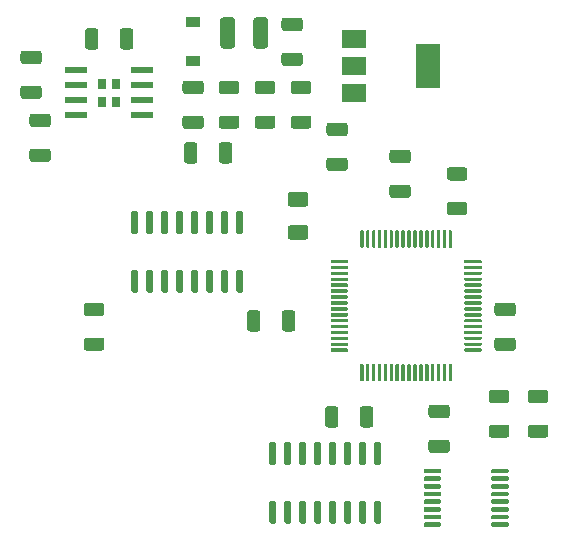
<source format=gbr>
%TF.GenerationSoftware,KiCad,Pcbnew,5.1.10-88a1d61d58~90~ubuntu21.04.1*%
%TF.CreationDate,2021-08-24T17:57:03+02:00*%
%TF.ProjectId,hendrik,68656e64-7269-46b2-9e6b-696361645f70,rev?*%
%TF.SameCoordinates,Original*%
%TF.FileFunction,Paste,Top*%
%TF.FilePolarity,Positive*%
%FSLAX46Y46*%
G04 Gerber Fmt 4.6, Leading zero omitted, Abs format (unit mm)*
G04 Created by KiCad (PCBNEW 5.1.10-88a1d61d58~90~ubuntu21.04.1) date 2021-08-24 17:57:03*
%MOMM*%
%LPD*%
G01*
G04 APERTURE LIST*
%ADD10R,2.000000X1.500000*%
%ADD11R,2.000000X3.800000*%
%ADD12R,0.723000X0.930000*%
%ADD13R,1.910000X0.610000*%
%ADD14R,1.200000X0.900000*%
G04 APERTURE END LIST*
%TO.C,C6*%
G36*
G01*
X155813999Y-91070000D02*
X157114001Y-91070000D01*
G75*
G02*
X157364000Y-91319999I0J-249999D01*
G01*
X157364000Y-91970001D01*
G75*
G02*
X157114001Y-92220000I-249999J0D01*
G01*
X155813999Y-92220000D01*
G75*
G02*
X155564000Y-91970001I0J249999D01*
G01*
X155564000Y-91319999D01*
G75*
G02*
X155813999Y-91070000I249999J0D01*
G01*
G37*
G36*
G01*
X155813999Y-88120000D02*
X157114001Y-88120000D01*
G75*
G02*
X157364000Y-88369999I0J-249999D01*
G01*
X157364000Y-89020001D01*
G75*
G02*
X157114001Y-89270000I-249999J0D01*
G01*
X155813999Y-89270000D01*
G75*
G02*
X155564000Y-89020001I0J249999D01*
G01*
X155564000Y-88369999D01*
G75*
G02*
X155813999Y-88120000I249999J0D01*
G01*
G37*
%TD*%
%TO.C,C4*%
G36*
G01*
X146923999Y-78116000D02*
X148224001Y-78116000D01*
G75*
G02*
X148474000Y-78365999I0J-249999D01*
G01*
X148474000Y-79016001D01*
G75*
G02*
X148224001Y-79266000I-249999J0D01*
G01*
X146923999Y-79266000D01*
G75*
G02*
X146674000Y-79016001I0J249999D01*
G01*
X146674000Y-78365999D01*
G75*
G02*
X146923999Y-78116000I249999J0D01*
G01*
G37*
G36*
G01*
X146923999Y-75166000D02*
X148224001Y-75166000D01*
G75*
G02*
X148474000Y-75415999I0J-249999D01*
G01*
X148474000Y-76066001D01*
G75*
G02*
X148224001Y-76316000I-249999J0D01*
G01*
X146923999Y-76316000D01*
G75*
G02*
X146674000Y-76066001I0J249999D01*
G01*
X146674000Y-75415999D01*
G75*
G02*
X146923999Y-75166000I249999J0D01*
G01*
G37*
%TD*%
%TO.C,Ro2*%
G36*
G01*
X136769001Y-70474000D02*
X135518999Y-70474000D01*
G75*
G02*
X135269000Y-70224001I0J249999D01*
G01*
X135269000Y-69598999D01*
G75*
G02*
X135518999Y-69349000I249999J0D01*
G01*
X136769001Y-69349000D01*
G75*
G02*
X137019000Y-69598999I0J-249999D01*
G01*
X137019000Y-70224001D01*
G75*
G02*
X136769001Y-70474000I-249999J0D01*
G01*
G37*
G36*
G01*
X136769001Y-73399000D02*
X135518999Y-73399000D01*
G75*
G02*
X135269000Y-73149001I0J249999D01*
G01*
X135269000Y-72523999D01*
G75*
G02*
X135518999Y-72274000I249999J0D01*
G01*
X136769001Y-72274000D01*
G75*
G02*
X137019000Y-72523999I0J-249999D01*
G01*
X137019000Y-73149001D01*
G75*
G02*
X136769001Y-73399000I-249999J0D01*
G01*
G37*
%TD*%
%TO.C,Ro1*%
G36*
G01*
X138566999Y-72274000D02*
X139817001Y-72274000D01*
G75*
G02*
X140067000Y-72523999I0J-249999D01*
G01*
X140067000Y-73149001D01*
G75*
G02*
X139817001Y-73399000I-249999J0D01*
G01*
X138566999Y-73399000D01*
G75*
G02*
X138317000Y-73149001I0J249999D01*
G01*
X138317000Y-72523999D01*
G75*
G02*
X138566999Y-72274000I249999J0D01*
G01*
G37*
G36*
G01*
X138566999Y-69349000D02*
X139817001Y-69349000D01*
G75*
G02*
X140067000Y-69598999I0J-249999D01*
G01*
X140067000Y-70224001D01*
G75*
G02*
X139817001Y-70474000I-249999J0D01*
G01*
X138566999Y-70474000D01*
G75*
G02*
X138317000Y-70224001I0J249999D01*
G01*
X138317000Y-69598999D01*
G75*
G02*
X138566999Y-69349000I249999J0D01*
G01*
G37*
%TD*%
%TO.C,R5*%
G36*
G01*
X155330999Y-98436000D02*
X156581001Y-98436000D01*
G75*
G02*
X156831000Y-98685999I0J-249999D01*
G01*
X156831000Y-99311001D01*
G75*
G02*
X156581001Y-99561000I-249999J0D01*
G01*
X155330999Y-99561000D01*
G75*
G02*
X155081000Y-99311001I0J249999D01*
G01*
X155081000Y-98685999D01*
G75*
G02*
X155330999Y-98436000I249999J0D01*
G01*
G37*
G36*
G01*
X155330999Y-95511000D02*
X156581001Y-95511000D01*
G75*
G02*
X156831000Y-95760999I0J-249999D01*
G01*
X156831000Y-96386001D01*
G75*
G02*
X156581001Y-96636000I-249999J0D01*
G01*
X155330999Y-96636000D01*
G75*
G02*
X155081000Y-96386001I0J249999D01*
G01*
X155081000Y-95760999D01*
G75*
G02*
X155330999Y-95511000I249999J0D01*
G01*
G37*
%TD*%
%TO.C,R4*%
G36*
G01*
X158632999Y-98436000D02*
X159883001Y-98436000D01*
G75*
G02*
X160133000Y-98685999I0J-249999D01*
G01*
X160133000Y-99311001D01*
G75*
G02*
X159883001Y-99561000I-249999J0D01*
G01*
X158632999Y-99561000D01*
G75*
G02*
X158383000Y-99311001I0J249999D01*
G01*
X158383000Y-98685999D01*
G75*
G02*
X158632999Y-98436000I249999J0D01*
G01*
G37*
G36*
G01*
X158632999Y-95511000D02*
X159883001Y-95511000D01*
G75*
G02*
X160133000Y-95760999I0J-249999D01*
G01*
X160133000Y-96386001D01*
G75*
G02*
X159883001Y-96636000I-249999J0D01*
G01*
X158632999Y-96636000D01*
G75*
G02*
X158383000Y-96386001I0J249999D01*
G01*
X158383000Y-95760999D01*
G75*
G02*
X158632999Y-95511000I249999J0D01*
G01*
G37*
%TD*%
%TO.C,R3*%
G36*
G01*
X133721001Y-70474000D02*
X132470999Y-70474000D01*
G75*
G02*
X132221000Y-70224001I0J249999D01*
G01*
X132221000Y-69598999D01*
G75*
G02*
X132470999Y-69349000I249999J0D01*
G01*
X133721001Y-69349000D01*
G75*
G02*
X133971000Y-69598999I0J-249999D01*
G01*
X133971000Y-70224001D01*
G75*
G02*
X133721001Y-70474000I-249999J0D01*
G01*
G37*
G36*
G01*
X133721001Y-73399000D02*
X132470999Y-73399000D01*
G75*
G02*
X132221000Y-73149001I0J249999D01*
G01*
X132221000Y-72523999D01*
G75*
G02*
X132470999Y-72274000I249999J0D01*
G01*
X133721001Y-72274000D01*
G75*
G02*
X133971000Y-72523999I0J-249999D01*
G01*
X133971000Y-73149001D01*
G75*
G02*
X133721001Y-73399000I-249999J0D01*
G01*
G37*
%TD*%
%TO.C,R2*%
G36*
G01*
X151774999Y-79578500D02*
X153025001Y-79578500D01*
G75*
G02*
X153275000Y-79828499I0J-249999D01*
G01*
X153275000Y-80453501D01*
G75*
G02*
X153025001Y-80703500I-249999J0D01*
G01*
X151774999Y-80703500D01*
G75*
G02*
X151525000Y-80453501I0J249999D01*
G01*
X151525000Y-79828499D01*
G75*
G02*
X151774999Y-79578500I249999J0D01*
G01*
G37*
G36*
G01*
X151774999Y-76653500D02*
X153025001Y-76653500D01*
G75*
G02*
X153275000Y-76903499I0J-249999D01*
G01*
X153275000Y-77528501D01*
G75*
G02*
X153025001Y-77778500I-249999J0D01*
G01*
X151774999Y-77778500D01*
G75*
G02*
X151525000Y-77528501I0J249999D01*
G01*
X151525000Y-76903499D01*
G75*
G02*
X151774999Y-76653500I249999J0D01*
G01*
G37*
%TD*%
%TO.C,R1*%
G36*
G01*
X121040999Y-91070000D02*
X122291001Y-91070000D01*
G75*
G02*
X122541000Y-91319999I0J-249999D01*
G01*
X122541000Y-91945001D01*
G75*
G02*
X122291001Y-92195000I-249999J0D01*
G01*
X121040999Y-92195000D01*
G75*
G02*
X120791000Y-91945001I0J249999D01*
G01*
X120791000Y-91319999D01*
G75*
G02*
X121040999Y-91070000I249999J0D01*
G01*
G37*
G36*
G01*
X121040999Y-88145000D02*
X122291001Y-88145000D01*
G75*
G02*
X122541000Y-88394999I0J-249999D01*
G01*
X122541000Y-89020001D01*
G75*
G02*
X122291001Y-89270000I-249999J0D01*
G01*
X121040999Y-89270000D01*
G75*
G02*
X120791000Y-89020001I0J249999D01*
G01*
X120791000Y-88394999D01*
G75*
G02*
X121040999Y-88145000I249999J0D01*
G01*
G37*
%TD*%
%TO.C,Lo1*%
G36*
G01*
X135141000Y-66353000D02*
X135141000Y-64203000D01*
G75*
G02*
X135391000Y-63953000I250000J0D01*
G01*
X136141000Y-63953000D01*
G75*
G02*
X136391000Y-64203000I0J-250000D01*
G01*
X136391000Y-66353000D01*
G75*
G02*
X136141000Y-66603000I-250000J0D01*
G01*
X135391000Y-66603000D01*
G75*
G02*
X135141000Y-66353000I0J250000D01*
G01*
G37*
G36*
G01*
X132341000Y-66353000D02*
X132341000Y-64203000D01*
G75*
G02*
X132591000Y-63953000I250000J0D01*
G01*
X133341000Y-63953000D01*
G75*
G02*
X133591000Y-64203000I0J-250000D01*
G01*
X133591000Y-66353000D01*
G75*
G02*
X133341000Y-66603000I-250000J0D01*
G01*
X132591000Y-66603000D01*
G75*
G02*
X132341000Y-66353000I0J250000D01*
G01*
G37*
%TD*%
%TO.C,ICtrig1*%
G36*
G01*
X155287000Y-102473000D02*
X155287000Y-102273000D01*
G75*
G02*
X155387000Y-102173000I100000J0D01*
G01*
X156662000Y-102173000D01*
G75*
G02*
X156762000Y-102273000I0J-100000D01*
G01*
X156762000Y-102473000D01*
G75*
G02*
X156662000Y-102573000I-100000J0D01*
G01*
X155387000Y-102573000D01*
G75*
G02*
X155287000Y-102473000I0J100000D01*
G01*
G37*
G36*
G01*
X155287000Y-103123000D02*
X155287000Y-102923000D01*
G75*
G02*
X155387000Y-102823000I100000J0D01*
G01*
X156662000Y-102823000D01*
G75*
G02*
X156762000Y-102923000I0J-100000D01*
G01*
X156762000Y-103123000D01*
G75*
G02*
X156662000Y-103223000I-100000J0D01*
G01*
X155387000Y-103223000D01*
G75*
G02*
X155287000Y-103123000I0J100000D01*
G01*
G37*
G36*
G01*
X155287000Y-103773000D02*
X155287000Y-103573000D01*
G75*
G02*
X155387000Y-103473000I100000J0D01*
G01*
X156662000Y-103473000D01*
G75*
G02*
X156762000Y-103573000I0J-100000D01*
G01*
X156762000Y-103773000D01*
G75*
G02*
X156662000Y-103873000I-100000J0D01*
G01*
X155387000Y-103873000D01*
G75*
G02*
X155287000Y-103773000I0J100000D01*
G01*
G37*
G36*
G01*
X155287000Y-104423000D02*
X155287000Y-104223000D01*
G75*
G02*
X155387000Y-104123000I100000J0D01*
G01*
X156662000Y-104123000D01*
G75*
G02*
X156762000Y-104223000I0J-100000D01*
G01*
X156762000Y-104423000D01*
G75*
G02*
X156662000Y-104523000I-100000J0D01*
G01*
X155387000Y-104523000D01*
G75*
G02*
X155287000Y-104423000I0J100000D01*
G01*
G37*
G36*
G01*
X155287000Y-105073000D02*
X155287000Y-104873000D01*
G75*
G02*
X155387000Y-104773000I100000J0D01*
G01*
X156662000Y-104773000D01*
G75*
G02*
X156762000Y-104873000I0J-100000D01*
G01*
X156762000Y-105073000D01*
G75*
G02*
X156662000Y-105173000I-100000J0D01*
G01*
X155387000Y-105173000D01*
G75*
G02*
X155287000Y-105073000I0J100000D01*
G01*
G37*
G36*
G01*
X155287000Y-105723000D02*
X155287000Y-105523000D01*
G75*
G02*
X155387000Y-105423000I100000J0D01*
G01*
X156662000Y-105423000D01*
G75*
G02*
X156762000Y-105523000I0J-100000D01*
G01*
X156762000Y-105723000D01*
G75*
G02*
X156662000Y-105823000I-100000J0D01*
G01*
X155387000Y-105823000D01*
G75*
G02*
X155287000Y-105723000I0J100000D01*
G01*
G37*
G36*
G01*
X155287000Y-106373000D02*
X155287000Y-106173000D01*
G75*
G02*
X155387000Y-106073000I100000J0D01*
G01*
X156662000Y-106073000D01*
G75*
G02*
X156762000Y-106173000I0J-100000D01*
G01*
X156762000Y-106373000D01*
G75*
G02*
X156662000Y-106473000I-100000J0D01*
G01*
X155387000Y-106473000D01*
G75*
G02*
X155287000Y-106373000I0J100000D01*
G01*
G37*
G36*
G01*
X155287000Y-107023000D02*
X155287000Y-106823000D01*
G75*
G02*
X155387000Y-106723000I100000J0D01*
G01*
X156662000Y-106723000D01*
G75*
G02*
X156762000Y-106823000I0J-100000D01*
G01*
X156762000Y-107023000D01*
G75*
G02*
X156662000Y-107123000I-100000J0D01*
G01*
X155387000Y-107123000D01*
G75*
G02*
X155287000Y-107023000I0J100000D01*
G01*
G37*
G36*
G01*
X149562000Y-107023000D02*
X149562000Y-106823000D01*
G75*
G02*
X149662000Y-106723000I100000J0D01*
G01*
X150937000Y-106723000D01*
G75*
G02*
X151037000Y-106823000I0J-100000D01*
G01*
X151037000Y-107023000D01*
G75*
G02*
X150937000Y-107123000I-100000J0D01*
G01*
X149662000Y-107123000D01*
G75*
G02*
X149562000Y-107023000I0J100000D01*
G01*
G37*
G36*
G01*
X149562000Y-106373000D02*
X149562000Y-106173000D01*
G75*
G02*
X149662000Y-106073000I100000J0D01*
G01*
X150937000Y-106073000D01*
G75*
G02*
X151037000Y-106173000I0J-100000D01*
G01*
X151037000Y-106373000D01*
G75*
G02*
X150937000Y-106473000I-100000J0D01*
G01*
X149662000Y-106473000D01*
G75*
G02*
X149562000Y-106373000I0J100000D01*
G01*
G37*
G36*
G01*
X149562000Y-105723000D02*
X149562000Y-105523000D01*
G75*
G02*
X149662000Y-105423000I100000J0D01*
G01*
X150937000Y-105423000D01*
G75*
G02*
X151037000Y-105523000I0J-100000D01*
G01*
X151037000Y-105723000D01*
G75*
G02*
X150937000Y-105823000I-100000J0D01*
G01*
X149662000Y-105823000D01*
G75*
G02*
X149562000Y-105723000I0J100000D01*
G01*
G37*
G36*
G01*
X149562000Y-105073000D02*
X149562000Y-104873000D01*
G75*
G02*
X149662000Y-104773000I100000J0D01*
G01*
X150937000Y-104773000D01*
G75*
G02*
X151037000Y-104873000I0J-100000D01*
G01*
X151037000Y-105073000D01*
G75*
G02*
X150937000Y-105173000I-100000J0D01*
G01*
X149662000Y-105173000D01*
G75*
G02*
X149562000Y-105073000I0J100000D01*
G01*
G37*
G36*
G01*
X149562000Y-104423000D02*
X149562000Y-104223000D01*
G75*
G02*
X149662000Y-104123000I100000J0D01*
G01*
X150937000Y-104123000D01*
G75*
G02*
X151037000Y-104223000I0J-100000D01*
G01*
X151037000Y-104423000D01*
G75*
G02*
X150937000Y-104523000I-100000J0D01*
G01*
X149662000Y-104523000D01*
G75*
G02*
X149562000Y-104423000I0J100000D01*
G01*
G37*
G36*
G01*
X149562000Y-103773000D02*
X149562000Y-103573000D01*
G75*
G02*
X149662000Y-103473000I100000J0D01*
G01*
X150937000Y-103473000D01*
G75*
G02*
X151037000Y-103573000I0J-100000D01*
G01*
X151037000Y-103773000D01*
G75*
G02*
X150937000Y-103873000I-100000J0D01*
G01*
X149662000Y-103873000D01*
G75*
G02*
X149562000Y-103773000I0J100000D01*
G01*
G37*
G36*
G01*
X149562000Y-103123000D02*
X149562000Y-102923000D01*
G75*
G02*
X149662000Y-102823000I100000J0D01*
G01*
X150937000Y-102823000D01*
G75*
G02*
X151037000Y-102923000I0J-100000D01*
G01*
X151037000Y-103123000D01*
G75*
G02*
X150937000Y-103223000I-100000J0D01*
G01*
X149662000Y-103223000D01*
G75*
G02*
X149562000Y-103123000I0J100000D01*
G01*
G37*
G36*
G01*
X149562000Y-102473000D02*
X149562000Y-102273000D01*
G75*
G02*
X149662000Y-102173000I100000J0D01*
G01*
X150937000Y-102173000D01*
G75*
G02*
X151037000Y-102273000I0J-100000D01*
G01*
X151037000Y-102473000D01*
G75*
G02*
X150937000Y-102573000I-100000J0D01*
G01*
X149662000Y-102573000D01*
G75*
G02*
X149562000Y-102473000I0J100000D01*
G01*
G37*
%TD*%
%TO.C,ICecho1*%
G36*
G01*
X136929000Y-101878000D02*
X136629000Y-101878000D01*
G75*
G02*
X136479000Y-101728000I0J150000D01*
G01*
X136479000Y-100078000D01*
G75*
G02*
X136629000Y-99928000I150000J0D01*
G01*
X136929000Y-99928000D01*
G75*
G02*
X137079000Y-100078000I0J-150000D01*
G01*
X137079000Y-101728000D01*
G75*
G02*
X136929000Y-101878000I-150000J0D01*
G01*
G37*
G36*
G01*
X138199000Y-101878000D02*
X137899000Y-101878000D01*
G75*
G02*
X137749000Y-101728000I0J150000D01*
G01*
X137749000Y-100078000D01*
G75*
G02*
X137899000Y-99928000I150000J0D01*
G01*
X138199000Y-99928000D01*
G75*
G02*
X138349000Y-100078000I0J-150000D01*
G01*
X138349000Y-101728000D01*
G75*
G02*
X138199000Y-101878000I-150000J0D01*
G01*
G37*
G36*
G01*
X139469000Y-101878000D02*
X139169000Y-101878000D01*
G75*
G02*
X139019000Y-101728000I0J150000D01*
G01*
X139019000Y-100078000D01*
G75*
G02*
X139169000Y-99928000I150000J0D01*
G01*
X139469000Y-99928000D01*
G75*
G02*
X139619000Y-100078000I0J-150000D01*
G01*
X139619000Y-101728000D01*
G75*
G02*
X139469000Y-101878000I-150000J0D01*
G01*
G37*
G36*
G01*
X140739000Y-101878000D02*
X140439000Y-101878000D01*
G75*
G02*
X140289000Y-101728000I0J150000D01*
G01*
X140289000Y-100078000D01*
G75*
G02*
X140439000Y-99928000I150000J0D01*
G01*
X140739000Y-99928000D01*
G75*
G02*
X140889000Y-100078000I0J-150000D01*
G01*
X140889000Y-101728000D01*
G75*
G02*
X140739000Y-101878000I-150000J0D01*
G01*
G37*
G36*
G01*
X142009000Y-101878000D02*
X141709000Y-101878000D01*
G75*
G02*
X141559000Y-101728000I0J150000D01*
G01*
X141559000Y-100078000D01*
G75*
G02*
X141709000Y-99928000I150000J0D01*
G01*
X142009000Y-99928000D01*
G75*
G02*
X142159000Y-100078000I0J-150000D01*
G01*
X142159000Y-101728000D01*
G75*
G02*
X142009000Y-101878000I-150000J0D01*
G01*
G37*
G36*
G01*
X143279000Y-101878000D02*
X142979000Y-101878000D01*
G75*
G02*
X142829000Y-101728000I0J150000D01*
G01*
X142829000Y-100078000D01*
G75*
G02*
X142979000Y-99928000I150000J0D01*
G01*
X143279000Y-99928000D01*
G75*
G02*
X143429000Y-100078000I0J-150000D01*
G01*
X143429000Y-101728000D01*
G75*
G02*
X143279000Y-101878000I-150000J0D01*
G01*
G37*
G36*
G01*
X144549000Y-101878000D02*
X144249000Y-101878000D01*
G75*
G02*
X144099000Y-101728000I0J150000D01*
G01*
X144099000Y-100078000D01*
G75*
G02*
X144249000Y-99928000I150000J0D01*
G01*
X144549000Y-99928000D01*
G75*
G02*
X144699000Y-100078000I0J-150000D01*
G01*
X144699000Y-101728000D01*
G75*
G02*
X144549000Y-101878000I-150000J0D01*
G01*
G37*
G36*
G01*
X145819000Y-101878000D02*
X145519000Y-101878000D01*
G75*
G02*
X145369000Y-101728000I0J150000D01*
G01*
X145369000Y-100078000D01*
G75*
G02*
X145519000Y-99928000I150000J0D01*
G01*
X145819000Y-99928000D01*
G75*
G02*
X145969000Y-100078000I0J-150000D01*
G01*
X145969000Y-101728000D01*
G75*
G02*
X145819000Y-101878000I-150000J0D01*
G01*
G37*
G36*
G01*
X145819000Y-106828000D02*
X145519000Y-106828000D01*
G75*
G02*
X145369000Y-106678000I0J150000D01*
G01*
X145369000Y-105028000D01*
G75*
G02*
X145519000Y-104878000I150000J0D01*
G01*
X145819000Y-104878000D01*
G75*
G02*
X145969000Y-105028000I0J-150000D01*
G01*
X145969000Y-106678000D01*
G75*
G02*
X145819000Y-106828000I-150000J0D01*
G01*
G37*
G36*
G01*
X144549000Y-106828000D02*
X144249000Y-106828000D01*
G75*
G02*
X144099000Y-106678000I0J150000D01*
G01*
X144099000Y-105028000D01*
G75*
G02*
X144249000Y-104878000I150000J0D01*
G01*
X144549000Y-104878000D01*
G75*
G02*
X144699000Y-105028000I0J-150000D01*
G01*
X144699000Y-106678000D01*
G75*
G02*
X144549000Y-106828000I-150000J0D01*
G01*
G37*
G36*
G01*
X143279000Y-106828000D02*
X142979000Y-106828000D01*
G75*
G02*
X142829000Y-106678000I0J150000D01*
G01*
X142829000Y-105028000D01*
G75*
G02*
X142979000Y-104878000I150000J0D01*
G01*
X143279000Y-104878000D01*
G75*
G02*
X143429000Y-105028000I0J-150000D01*
G01*
X143429000Y-106678000D01*
G75*
G02*
X143279000Y-106828000I-150000J0D01*
G01*
G37*
G36*
G01*
X142009000Y-106828000D02*
X141709000Y-106828000D01*
G75*
G02*
X141559000Y-106678000I0J150000D01*
G01*
X141559000Y-105028000D01*
G75*
G02*
X141709000Y-104878000I150000J0D01*
G01*
X142009000Y-104878000D01*
G75*
G02*
X142159000Y-105028000I0J-150000D01*
G01*
X142159000Y-106678000D01*
G75*
G02*
X142009000Y-106828000I-150000J0D01*
G01*
G37*
G36*
G01*
X140739000Y-106828000D02*
X140439000Y-106828000D01*
G75*
G02*
X140289000Y-106678000I0J150000D01*
G01*
X140289000Y-105028000D01*
G75*
G02*
X140439000Y-104878000I150000J0D01*
G01*
X140739000Y-104878000D01*
G75*
G02*
X140889000Y-105028000I0J-150000D01*
G01*
X140889000Y-106678000D01*
G75*
G02*
X140739000Y-106828000I-150000J0D01*
G01*
G37*
G36*
G01*
X139469000Y-106828000D02*
X139169000Y-106828000D01*
G75*
G02*
X139019000Y-106678000I0J150000D01*
G01*
X139019000Y-105028000D01*
G75*
G02*
X139169000Y-104878000I150000J0D01*
G01*
X139469000Y-104878000D01*
G75*
G02*
X139619000Y-105028000I0J-150000D01*
G01*
X139619000Y-106678000D01*
G75*
G02*
X139469000Y-106828000I-150000J0D01*
G01*
G37*
G36*
G01*
X138199000Y-106828000D02*
X137899000Y-106828000D01*
G75*
G02*
X137749000Y-106678000I0J150000D01*
G01*
X137749000Y-105028000D01*
G75*
G02*
X137899000Y-104878000I150000J0D01*
G01*
X138199000Y-104878000D01*
G75*
G02*
X138349000Y-105028000I0J-150000D01*
G01*
X138349000Y-106678000D01*
G75*
G02*
X138199000Y-106828000I-150000J0D01*
G01*
G37*
G36*
G01*
X136929000Y-106828000D02*
X136629000Y-106828000D01*
G75*
G02*
X136479000Y-106678000I0J150000D01*
G01*
X136479000Y-105028000D01*
G75*
G02*
X136629000Y-104878000I150000J0D01*
G01*
X136929000Y-104878000D01*
G75*
G02*
X137079000Y-105028000I0J-150000D01*
G01*
X137079000Y-106678000D01*
G75*
G02*
X136929000Y-106828000I-150000J0D01*
G01*
G37*
%TD*%
%TO.C,ICbat1*%
G36*
G01*
X133835000Y-85320000D02*
X134135000Y-85320000D01*
G75*
G02*
X134285000Y-85470000I0J-150000D01*
G01*
X134285000Y-87120000D01*
G75*
G02*
X134135000Y-87270000I-150000J0D01*
G01*
X133835000Y-87270000D01*
G75*
G02*
X133685000Y-87120000I0J150000D01*
G01*
X133685000Y-85470000D01*
G75*
G02*
X133835000Y-85320000I150000J0D01*
G01*
G37*
G36*
G01*
X132565000Y-85320000D02*
X132865000Y-85320000D01*
G75*
G02*
X133015000Y-85470000I0J-150000D01*
G01*
X133015000Y-87120000D01*
G75*
G02*
X132865000Y-87270000I-150000J0D01*
G01*
X132565000Y-87270000D01*
G75*
G02*
X132415000Y-87120000I0J150000D01*
G01*
X132415000Y-85470000D01*
G75*
G02*
X132565000Y-85320000I150000J0D01*
G01*
G37*
G36*
G01*
X131295000Y-85320000D02*
X131595000Y-85320000D01*
G75*
G02*
X131745000Y-85470000I0J-150000D01*
G01*
X131745000Y-87120000D01*
G75*
G02*
X131595000Y-87270000I-150000J0D01*
G01*
X131295000Y-87270000D01*
G75*
G02*
X131145000Y-87120000I0J150000D01*
G01*
X131145000Y-85470000D01*
G75*
G02*
X131295000Y-85320000I150000J0D01*
G01*
G37*
G36*
G01*
X130025000Y-85320000D02*
X130325000Y-85320000D01*
G75*
G02*
X130475000Y-85470000I0J-150000D01*
G01*
X130475000Y-87120000D01*
G75*
G02*
X130325000Y-87270000I-150000J0D01*
G01*
X130025000Y-87270000D01*
G75*
G02*
X129875000Y-87120000I0J150000D01*
G01*
X129875000Y-85470000D01*
G75*
G02*
X130025000Y-85320000I150000J0D01*
G01*
G37*
G36*
G01*
X128755000Y-85320000D02*
X129055000Y-85320000D01*
G75*
G02*
X129205000Y-85470000I0J-150000D01*
G01*
X129205000Y-87120000D01*
G75*
G02*
X129055000Y-87270000I-150000J0D01*
G01*
X128755000Y-87270000D01*
G75*
G02*
X128605000Y-87120000I0J150000D01*
G01*
X128605000Y-85470000D01*
G75*
G02*
X128755000Y-85320000I150000J0D01*
G01*
G37*
G36*
G01*
X127485000Y-85320000D02*
X127785000Y-85320000D01*
G75*
G02*
X127935000Y-85470000I0J-150000D01*
G01*
X127935000Y-87120000D01*
G75*
G02*
X127785000Y-87270000I-150000J0D01*
G01*
X127485000Y-87270000D01*
G75*
G02*
X127335000Y-87120000I0J150000D01*
G01*
X127335000Y-85470000D01*
G75*
G02*
X127485000Y-85320000I150000J0D01*
G01*
G37*
G36*
G01*
X126215000Y-85320000D02*
X126515000Y-85320000D01*
G75*
G02*
X126665000Y-85470000I0J-150000D01*
G01*
X126665000Y-87120000D01*
G75*
G02*
X126515000Y-87270000I-150000J0D01*
G01*
X126215000Y-87270000D01*
G75*
G02*
X126065000Y-87120000I0J150000D01*
G01*
X126065000Y-85470000D01*
G75*
G02*
X126215000Y-85320000I150000J0D01*
G01*
G37*
G36*
G01*
X124945000Y-85320000D02*
X125245000Y-85320000D01*
G75*
G02*
X125395000Y-85470000I0J-150000D01*
G01*
X125395000Y-87120000D01*
G75*
G02*
X125245000Y-87270000I-150000J0D01*
G01*
X124945000Y-87270000D01*
G75*
G02*
X124795000Y-87120000I0J150000D01*
G01*
X124795000Y-85470000D01*
G75*
G02*
X124945000Y-85320000I150000J0D01*
G01*
G37*
G36*
G01*
X124945000Y-80370000D02*
X125245000Y-80370000D01*
G75*
G02*
X125395000Y-80520000I0J-150000D01*
G01*
X125395000Y-82170000D01*
G75*
G02*
X125245000Y-82320000I-150000J0D01*
G01*
X124945000Y-82320000D01*
G75*
G02*
X124795000Y-82170000I0J150000D01*
G01*
X124795000Y-80520000D01*
G75*
G02*
X124945000Y-80370000I150000J0D01*
G01*
G37*
G36*
G01*
X126215000Y-80370000D02*
X126515000Y-80370000D01*
G75*
G02*
X126665000Y-80520000I0J-150000D01*
G01*
X126665000Y-82170000D01*
G75*
G02*
X126515000Y-82320000I-150000J0D01*
G01*
X126215000Y-82320000D01*
G75*
G02*
X126065000Y-82170000I0J150000D01*
G01*
X126065000Y-80520000D01*
G75*
G02*
X126215000Y-80370000I150000J0D01*
G01*
G37*
G36*
G01*
X127485000Y-80370000D02*
X127785000Y-80370000D01*
G75*
G02*
X127935000Y-80520000I0J-150000D01*
G01*
X127935000Y-82170000D01*
G75*
G02*
X127785000Y-82320000I-150000J0D01*
G01*
X127485000Y-82320000D01*
G75*
G02*
X127335000Y-82170000I0J150000D01*
G01*
X127335000Y-80520000D01*
G75*
G02*
X127485000Y-80370000I150000J0D01*
G01*
G37*
G36*
G01*
X128755000Y-80370000D02*
X129055000Y-80370000D01*
G75*
G02*
X129205000Y-80520000I0J-150000D01*
G01*
X129205000Y-82170000D01*
G75*
G02*
X129055000Y-82320000I-150000J0D01*
G01*
X128755000Y-82320000D01*
G75*
G02*
X128605000Y-82170000I0J150000D01*
G01*
X128605000Y-80520000D01*
G75*
G02*
X128755000Y-80370000I150000J0D01*
G01*
G37*
G36*
G01*
X130025000Y-80370000D02*
X130325000Y-80370000D01*
G75*
G02*
X130475000Y-80520000I0J-150000D01*
G01*
X130475000Y-82170000D01*
G75*
G02*
X130325000Y-82320000I-150000J0D01*
G01*
X130025000Y-82320000D01*
G75*
G02*
X129875000Y-82170000I0J150000D01*
G01*
X129875000Y-80520000D01*
G75*
G02*
X130025000Y-80370000I150000J0D01*
G01*
G37*
G36*
G01*
X131295000Y-80370000D02*
X131595000Y-80370000D01*
G75*
G02*
X131745000Y-80520000I0J-150000D01*
G01*
X131745000Y-82170000D01*
G75*
G02*
X131595000Y-82320000I-150000J0D01*
G01*
X131295000Y-82320000D01*
G75*
G02*
X131145000Y-82170000I0J150000D01*
G01*
X131145000Y-80520000D01*
G75*
G02*
X131295000Y-80370000I150000J0D01*
G01*
G37*
G36*
G01*
X132565000Y-80370000D02*
X132865000Y-80370000D01*
G75*
G02*
X133015000Y-80520000I0J-150000D01*
G01*
X133015000Y-82170000D01*
G75*
G02*
X132865000Y-82320000I-150000J0D01*
G01*
X132565000Y-82320000D01*
G75*
G02*
X132415000Y-82170000I0J150000D01*
G01*
X132415000Y-80520000D01*
G75*
G02*
X132565000Y-80370000I150000J0D01*
G01*
G37*
G36*
G01*
X133835000Y-80370000D02*
X134135000Y-80370000D01*
G75*
G02*
X134285000Y-80520000I0J-150000D01*
G01*
X134285000Y-82170000D01*
G75*
G02*
X134135000Y-82320000I-150000J0D01*
G01*
X133835000Y-82320000D01*
G75*
G02*
X133685000Y-82170000I0J150000D01*
G01*
X133685000Y-80520000D01*
G75*
G02*
X133835000Y-80370000I150000J0D01*
G01*
G37*
%TD*%
D10*
%TO.C,IC3*%
X143662000Y-65772000D03*
X143662000Y-70372000D03*
X143662000Y-68072000D03*
D11*
X149962000Y-68072000D03*
%TD*%
D12*
%TO.C,IC2*%
X122333500Y-69583000D03*
X122333500Y-71133000D03*
X123538500Y-69583000D03*
X123538500Y-71133000D03*
D13*
X125716000Y-68453000D03*
X125716000Y-69723000D03*
X125716000Y-70993000D03*
X125716000Y-72263000D03*
X120156000Y-72263000D03*
X120156000Y-70993000D03*
X120156000Y-69723000D03*
X120156000Y-68453000D03*
%TD*%
%TO.C,IC1*%
G36*
G01*
X144182000Y-83392000D02*
X144182000Y-82067000D01*
G75*
G02*
X144257000Y-81992000I75000J0D01*
G01*
X144407000Y-81992000D01*
G75*
G02*
X144482000Y-82067000I0J-75000D01*
G01*
X144482000Y-83392000D01*
G75*
G02*
X144407000Y-83467000I-75000J0D01*
G01*
X144257000Y-83467000D01*
G75*
G02*
X144182000Y-83392000I0J75000D01*
G01*
G37*
G36*
G01*
X144682000Y-83392000D02*
X144682000Y-82067000D01*
G75*
G02*
X144757000Y-81992000I75000J0D01*
G01*
X144907000Y-81992000D01*
G75*
G02*
X144982000Y-82067000I0J-75000D01*
G01*
X144982000Y-83392000D01*
G75*
G02*
X144907000Y-83467000I-75000J0D01*
G01*
X144757000Y-83467000D01*
G75*
G02*
X144682000Y-83392000I0J75000D01*
G01*
G37*
G36*
G01*
X145182000Y-83392000D02*
X145182000Y-82067000D01*
G75*
G02*
X145257000Y-81992000I75000J0D01*
G01*
X145407000Y-81992000D01*
G75*
G02*
X145482000Y-82067000I0J-75000D01*
G01*
X145482000Y-83392000D01*
G75*
G02*
X145407000Y-83467000I-75000J0D01*
G01*
X145257000Y-83467000D01*
G75*
G02*
X145182000Y-83392000I0J75000D01*
G01*
G37*
G36*
G01*
X145682000Y-83392000D02*
X145682000Y-82067000D01*
G75*
G02*
X145757000Y-81992000I75000J0D01*
G01*
X145907000Y-81992000D01*
G75*
G02*
X145982000Y-82067000I0J-75000D01*
G01*
X145982000Y-83392000D01*
G75*
G02*
X145907000Y-83467000I-75000J0D01*
G01*
X145757000Y-83467000D01*
G75*
G02*
X145682000Y-83392000I0J75000D01*
G01*
G37*
G36*
G01*
X146182000Y-83392000D02*
X146182000Y-82067000D01*
G75*
G02*
X146257000Y-81992000I75000J0D01*
G01*
X146407000Y-81992000D01*
G75*
G02*
X146482000Y-82067000I0J-75000D01*
G01*
X146482000Y-83392000D01*
G75*
G02*
X146407000Y-83467000I-75000J0D01*
G01*
X146257000Y-83467000D01*
G75*
G02*
X146182000Y-83392000I0J75000D01*
G01*
G37*
G36*
G01*
X146682000Y-83392000D02*
X146682000Y-82067000D01*
G75*
G02*
X146757000Y-81992000I75000J0D01*
G01*
X146907000Y-81992000D01*
G75*
G02*
X146982000Y-82067000I0J-75000D01*
G01*
X146982000Y-83392000D01*
G75*
G02*
X146907000Y-83467000I-75000J0D01*
G01*
X146757000Y-83467000D01*
G75*
G02*
X146682000Y-83392000I0J75000D01*
G01*
G37*
G36*
G01*
X147182000Y-83392000D02*
X147182000Y-82067000D01*
G75*
G02*
X147257000Y-81992000I75000J0D01*
G01*
X147407000Y-81992000D01*
G75*
G02*
X147482000Y-82067000I0J-75000D01*
G01*
X147482000Y-83392000D01*
G75*
G02*
X147407000Y-83467000I-75000J0D01*
G01*
X147257000Y-83467000D01*
G75*
G02*
X147182000Y-83392000I0J75000D01*
G01*
G37*
G36*
G01*
X147682000Y-83392000D02*
X147682000Y-82067000D01*
G75*
G02*
X147757000Y-81992000I75000J0D01*
G01*
X147907000Y-81992000D01*
G75*
G02*
X147982000Y-82067000I0J-75000D01*
G01*
X147982000Y-83392000D01*
G75*
G02*
X147907000Y-83467000I-75000J0D01*
G01*
X147757000Y-83467000D01*
G75*
G02*
X147682000Y-83392000I0J75000D01*
G01*
G37*
G36*
G01*
X148182000Y-83392000D02*
X148182000Y-82067000D01*
G75*
G02*
X148257000Y-81992000I75000J0D01*
G01*
X148407000Y-81992000D01*
G75*
G02*
X148482000Y-82067000I0J-75000D01*
G01*
X148482000Y-83392000D01*
G75*
G02*
X148407000Y-83467000I-75000J0D01*
G01*
X148257000Y-83467000D01*
G75*
G02*
X148182000Y-83392000I0J75000D01*
G01*
G37*
G36*
G01*
X148682000Y-83392000D02*
X148682000Y-82067000D01*
G75*
G02*
X148757000Y-81992000I75000J0D01*
G01*
X148907000Y-81992000D01*
G75*
G02*
X148982000Y-82067000I0J-75000D01*
G01*
X148982000Y-83392000D01*
G75*
G02*
X148907000Y-83467000I-75000J0D01*
G01*
X148757000Y-83467000D01*
G75*
G02*
X148682000Y-83392000I0J75000D01*
G01*
G37*
G36*
G01*
X149182000Y-83392000D02*
X149182000Y-82067000D01*
G75*
G02*
X149257000Y-81992000I75000J0D01*
G01*
X149407000Y-81992000D01*
G75*
G02*
X149482000Y-82067000I0J-75000D01*
G01*
X149482000Y-83392000D01*
G75*
G02*
X149407000Y-83467000I-75000J0D01*
G01*
X149257000Y-83467000D01*
G75*
G02*
X149182000Y-83392000I0J75000D01*
G01*
G37*
G36*
G01*
X149682000Y-83392000D02*
X149682000Y-82067000D01*
G75*
G02*
X149757000Y-81992000I75000J0D01*
G01*
X149907000Y-81992000D01*
G75*
G02*
X149982000Y-82067000I0J-75000D01*
G01*
X149982000Y-83392000D01*
G75*
G02*
X149907000Y-83467000I-75000J0D01*
G01*
X149757000Y-83467000D01*
G75*
G02*
X149682000Y-83392000I0J75000D01*
G01*
G37*
G36*
G01*
X150182000Y-83392000D02*
X150182000Y-82067000D01*
G75*
G02*
X150257000Y-81992000I75000J0D01*
G01*
X150407000Y-81992000D01*
G75*
G02*
X150482000Y-82067000I0J-75000D01*
G01*
X150482000Y-83392000D01*
G75*
G02*
X150407000Y-83467000I-75000J0D01*
G01*
X150257000Y-83467000D01*
G75*
G02*
X150182000Y-83392000I0J75000D01*
G01*
G37*
G36*
G01*
X150682000Y-83392000D02*
X150682000Y-82067000D01*
G75*
G02*
X150757000Y-81992000I75000J0D01*
G01*
X150907000Y-81992000D01*
G75*
G02*
X150982000Y-82067000I0J-75000D01*
G01*
X150982000Y-83392000D01*
G75*
G02*
X150907000Y-83467000I-75000J0D01*
G01*
X150757000Y-83467000D01*
G75*
G02*
X150682000Y-83392000I0J75000D01*
G01*
G37*
G36*
G01*
X151182000Y-83392000D02*
X151182000Y-82067000D01*
G75*
G02*
X151257000Y-81992000I75000J0D01*
G01*
X151407000Y-81992000D01*
G75*
G02*
X151482000Y-82067000I0J-75000D01*
G01*
X151482000Y-83392000D01*
G75*
G02*
X151407000Y-83467000I-75000J0D01*
G01*
X151257000Y-83467000D01*
G75*
G02*
X151182000Y-83392000I0J75000D01*
G01*
G37*
G36*
G01*
X151682000Y-83392000D02*
X151682000Y-82067000D01*
G75*
G02*
X151757000Y-81992000I75000J0D01*
G01*
X151907000Y-81992000D01*
G75*
G02*
X151982000Y-82067000I0J-75000D01*
G01*
X151982000Y-83392000D01*
G75*
G02*
X151907000Y-83467000I-75000J0D01*
G01*
X151757000Y-83467000D01*
G75*
G02*
X151682000Y-83392000I0J75000D01*
G01*
G37*
G36*
G01*
X153007000Y-84717000D02*
X153007000Y-84567000D01*
G75*
G02*
X153082000Y-84492000I75000J0D01*
G01*
X154407000Y-84492000D01*
G75*
G02*
X154482000Y-84567000I0J-75000D01*
G01*
X154482000Y-84717000D01*
G75*
G02*
X154407000Y-84792000I-75000J0D01*
G01*
X153082000Y-84792000D01*
G75*
G02*
X153007000Y-84717000I0J75000D01*
G01*
G37*
G36*
G01*
X153007000Y-85217000D02*
X153007000Y-85067000D01*
G75*
G02*
X153082000Y-84992000I75000J0D01*
G01*
X154407000Y-84992000D01*
G75*
G02*
X154482000Y-85067000I0J-75000D01*
G01*
X154482000Y-85217000D01*
G75*
G02*
X154407000Y-85292000I-75000J0D01*
G01*
X153082000Y-85292000D01*
G75*
G02*
X153007000Y-85217000I0J75000D01*
G01*
G37*
G36*
G01*
X153007000Y-85717000D02*
X153007000Y-85567000D01*
G75*
G02*
X153082000Y-85492000I75000J0D01*
G01*
X154407000Y-85492000D01*
G75*
G02*
X154482000Y-85567000I0J-75000D01*
G01*
X154482000Y-85717000D01*
G75*
G02*
X154407000Y-85792000I-75000J0D01*
G01*
X153082000Y-85792000D01*
G75*
G02*
X153007000Y-85717000I0J75000D01*
G01*
G37*
G36*
G01*
X153007000Y-86217000D02*
X153007000Y-86067000D01*
G75*
G02*
X153082000Y-85992000I75000J0D01*
G01*
X154407000Y-85992000D01*
G75*
G02*
X154482000Y-86067000I0J-75000D01*
G01*
X154482000Y-86217000D01*
G75*
G02*
X154407000Y-86292000I-75000J0D01*
G01*
X153082000Y-86292000D01*
G75*
G02*
X153007000Y-86217000I0J75000D01*
G01*
G37*
G36*
G01*
X153007000Y-86717000D02*
X153007000Y-86567000D01*
G75*
G02*
X153082000Y-86492000I75000J0D01*
G01*
X154407000Y-86492000D01*
G75*
G02*
X154482000Y-86567000I0J-75000D01*
G01*
X154482000Y-86717000D01*
G75*
G02*
X154407000Y-86792000I-75000J0D01*
G01*
X153082000Y-86792000D01*
G75*
G02*
X153007000Y-86717000I0J75000D01*
G01*
G37*
G36*
G01*
X153007000Y-87217000D02*
X153007000Y-87067000D01*
G75*
G02*
X153082000Y-86992000I75000J0D01*
G01*
X154407000Y-86992000D01*
G75*
G02*
X154482000Y-87067000I0J-75000D01*
G01*
X154482000Y-87217000D01*
G75*
G02*
X154407000Y-87292000I-75000J0D01*
G01*
X153082000Y-87292000D01*
G75*
G02*
X153007000Y-87217000I0J75000D01*
G01*
G37*
G36*
G01*
X153007000Y-87717000D02*
X153007000Y-87567000D01*
G75*
G02*
X153082000Y-87492000I75000J0D01*
G01*
X154407000Y-87492000D01*
G75*
G02*
X154482000Y-87567000I0J-75000D01*
G01*
X154482000Y-87717000D01*
G75*
G02*
X154407000Y-87792000I-75000J0D01*
G01*
X153082000Y-87792000D01*
G75*
G02*
X153007000Y-87717000I0J75000D01*
G01*
G37*
G36*
G01*
X153007000Y-88217000D02*
X153007000Y-88067000D01*
G75*
G02*
X153082000Y-87992000I75000J0D01*
G01*
X154407000Y-87992000D01*
G75*
G02*
X154482000Y-88067000I0J-75000D01*
G01*
X154482000Y-88217000D01*
G75*
G02*
X154407000Y-88292000I-75000J0D01*
G01*
X153082000Y-88292000D01*
G75*
G02*
X153007000Y-88217000I0J75000D01*
G01*
G37*
G36*
G01*
X153007000Y-88717000D02*
X153007000Y-88567000D01*
G75*
G02*
X153082000Y-88492000I75000J0D01*
G01*
X154407000Y-88492000D01*
G75*
G02*
X154482000Y-88567000I0J-75000D01*
G01*
X154482000Y-88717000D01*
G75*
G02*
X154407000Y-88792000I-75000J0D01*
G01*
X153082000Y-88792000D01*
G75*
G02*
X153007000Y-88717000I0J75000D01*
G01*
G37*
G36*
G01*
X153007000Y-89217000D02*
X153007000Y-89067000D01*
G75*
G02*
X153082000Y-88992000I75000J0D01*
G01*
X154407000Y-88992000D01*
G75*
G02*
X154482000Y-89067000I0J-75000D01*
G01*
X154482000Y-89217000D01*
G75*
G02*
X154407000Y-89292000I-75000J0D01*
G01*
X153082000Y-89292000D01*
G75*
G02*
X153007000Y-89217000I0J75000D01*
G01*
G37*
G36*
G01*
X153007000Y-89717000D02*
X153007000Y-89567000D01*
G75*
G02*
X153082000Y-89492000I75000J0D01*
G01*
X154407000Y-89492000D01*
G75*
G02*
X154482000Y-89567000I0J-75000D01*
G01*
X154482000Y-89717000D01*
G75*
G02*
X154407000Y-89792000I-75000J0D01*
G01*
X153082000Y-89792000D01*
G75*
G02*
X153007000Y-89717000I0J75000D01*
G01*
G37*
G36*
G01*
X153007000Y-90217000D02*
X153007000Y-90067000D01*
G75*
G02*
X153082000Y-89992000I75000J0D01*
G01*
X154407000Y-89992000D01*
G75*
G02*
X154482000Y-90067000I0J-75000D01*
G01*
X154482000Y-90217000D01*
G75*
G02*
X154407000Y-90292000I-75000J0D01*
G01*
X153082000Y-90292000D01*
G75*
G02*
X153007000Y-90217000I0J75000D01*
G01*
G37*
G36*
G01*
X153007000Y-90717000D02*
X153007000Y-90567000D01*
G75*
G02*
X153082000Y-90492000I75000J0D01*
G01*
X154407000Y-90492000D01*
G75*
G02*
X154482000Y-90567000I0J-75000D01*
G01*
X154482000Y-90717000D01*
G75*
G02*
X154407000Y-90792000I-75000J0D01*
G01*
X153082000Y-90792000D01*
G75*
G02*
X153007000Y-90717000I0J75000D01*
G01*
G37*
G36*
G01*
X153007000Y-91217000D02*
X153007000Y-91067000D01*
G75*
G02*
X153082000Y-90992000I75000J0D01*
G01*
X154407000Y-90992000D01*
G75*
G02*
X154482000Y-91067000I0J-75000D01*
G01*
X154482000Y-91217000D01*
G75*
G02*
X154407000Y-91292000I-75000J0D01*
G01*
X153082000Y-91292000D01*
G75*
G02*
X153007000Y-91217000I0J75000D01*
G01*
G37*
G36*
G01*
X153007000Y-91717000D02*
X153007000Y-91567000D01*
G75*
G02*
X153082000Y-91492000I75000J0D01*
G01*
X154407000Y-91492000D01*
G75*
G02*
X154482000Y-91567000I0J-75000D01*
G01*
X154482000Y-91717000D01*
G75*
G02*
X154407000Y-91792000I-75000J0D01*
G01*
X153082000Y-91792000D01*
G75*
G02*
X153007000Y-91717000I0J75000D01*
G01*
G37*
G36*
G01*
X153007000Y-92217000D02*
X153007000Y-92067000D01*
G75*
G02*
X153082000Y-91992000I75000J0D01*
G01*
X154407000Y-91992000D01*
G75*
G02*
X154482000Y-92067000I0J-75000D01*
G01*
X154482000Y-92217000D01*
G75*
G02*
X154407000Y-92292000I-75000J0D01*
G01*
X153082000Y-92292000D01*
G75*
G02*
X153007000Y-92217000I0J75000D01*
G01*
G37*
G36*
G01*
X151682000Y-94717000D02*
X151682000Y-93392000D01*
G75*
G02*
X151757000Y-93317000I75000J0D01*
G01*
X151907000Y-93317000D01*
G75*
G02*
X151982000Y-93392000I0J-75000D01*
G01*
X151982000Y-94717000D01*
G75*
G02*
X151907000Y-94792000I-75000J0D01*
G01*
X151757000Y-94792000D01*
G75*
G02*
X151682000Y-94717000I0J75000D01*
G01*
G37*
G36*
G01*
X151182000Y-94717000D02*
X151182000Y-93392000D01*
G75*
G02*
X151257000Y-93317000I75000J0D01*
G01*
X151407000Y-93317000D01*
G75*
G02*
X151482000Y-93392000I0J-75000D01*
G01*
X151482000Y-94717000D01*
G75*
G02*
X151407000Y-94792000I-75000J0D01*
G01*
X151257000Y-94792000D01*
G75*
G02*
X151182000Y-94717000I0J75000D01*
G01*
G37*
G36*
G01*
X150682000Y-94717000D02*
X150682000Y-93392000D01*
G75*
G02*
X150757000Y-93317000I75000J0D01*
G01*
X150907000Y-93317000D01*
G75*
G02*
X150982000Y-93392000I0J-75000D01*
G01*
X150982000Y-94717000D01*
G75*
G02*
X150907000Y-94792000I-75000J0D01*
G01*
X150757000Y-94792000D01*
G75*
G02*
X150682000Y-94717000I0J75000D01*
G01*
G37*
G36*
G01*
X150182000Y-94717000D02*
X150182000Y-93392000D01*
G75*
G02*
X150257000Y-93317000I75000J0D01*
G01*
X150407000Y-93317000D01*
G75*
G02*
X150482000Y-93392000I0J-75000D01*
G01*
X150482000Y-94717000D01*
G75*
G02*
X150407000Y-94792000I-75000J0D01*
G01*
X150257000Y-94792000D01*
G75*
G02*
X150182000Y-94717000I0J75000D01*
G01*
G37*
G36*
G01*
X149682000Y-94717000D02*
X149682000Y-93392000D01*
G75*
G02*
X149757000Y-93317000I75000J0D01*
G01*
X149907000Y-93317000D01*
G75*
G02*
X149982000Y-93392000I0J-75000D01*
G01*
X149982000Y-94717000D01*
G75*
G02*
X149907000Y-94792000I-75000J0D01*
G01*
X149757000Y-94792000D01*
G75*
G02*
X149682000Y-94717000I0J75000D01*
G01*
G37*
G36*
G01*
X149182000Y-94717000D02*
X149182000Y-93392000D01*
G75*
G02*
X149257000Y-93317000I75000J0D01*
G01*
X149407000Y-93317000D01*
G75*
G02*
X149482000Y-93392000I0J-75000D01*
G01*
X149482000Y-94717000D01*
G75*
G02*
X149407000Y-94792000I-75000J0D01*
G01*
X149257000Y-94792000D01*
G75*
G02*
X149182000Y-94717000I0J75000D01*
G01*
G37*
G36*
G01*
X148682000Y-94717000D02*
X148682000Y-93392000D01*
G75*
G02*
X148757000Y-93317000I75000J0D01*
G01*
X148907000Y-93317000D01*
G75*
G02*
X148982000Y-93392000I0J-75000D01*
G01*
X148982000Y-94717000D01*
G75*
G02*
X148907000Y-94792000I-75000J0D01*
G01*
X148757000Y-94792000D01*
G75*
G02*
X148682000Y-94717000I0J75000D01*
G01*
G37*
G36*
G01*
X148182000Y-94717000D02*
X148182000Y-93392000D01*
G75*
G02*
X148257000Y-93317000I75000J0D01*
G01*
X148407000Y-93317000D01*
G75*
G02*
X148482000Y-93392000I0J-75000D01*
G01*
X148482000Y-94717000D01*
G75*
G02*
X148407000Y-94792000I-75000J0D01*
G01*
X148257000Y-94792000D01*
G75*
G02*
X148182000Y-94717000I0J75000D01*
G01*
G37*
G36*
G01*
X147682000Y-94717000D02*
X147682000Y-93392000D01*
G75*
G02*
X147757000Y-93317000I75000J0D01*
G01*
X147907000Y-93317000D01*
G75*
G02*
X147982000Y-93392000I0J-75000D01*
G01*
X147982000Y-94717000D01*
G75*
G02*
X147907000Y-94792000I-75000J0D01*
G01*
X147757000Y-94792000D01*
G75*
G02*
X147682000Y-94717000I0J75000D01*
G01*
G37*
G36*
G01*
X147182000Y-94717000D02*
X147182000Y-93392000D01*
G75*
G02*
X147257000Y-93317000I75000J0D01*
G01*
X147407000Y-93317000D01*
G75*
G02*
X147482000Y-93392000I0J-75000D01*
G01*
X147482000Y-94717000D01*
G75*
G02*
X147407000Y-94792000I-75000J0D01*
G01*
X147257000Y-94792000D01*
G75*
G02*
X147182000Y-94717000I0J75000D01*
G01*
G37*
G36*
G01*
X146682000Y-94717000D02*
X146682000Y-93392000D01*
G75*
G02*
X146757000Y-93317000I75000J0D01*
G01*
X146907000Y-93317000D01*
G75*
G02*
X146982000Y-93392000I0J-75000D01*
G01*
X146982000Y-94717000D01*
G75*
G02*
X146907000Y-94792000I-75000J0D01*
G01*
X146757000Y-94792000D01*
G75*
G02*
X146682000Y-94717000I0J75000D01*
G01*
G37*
G36*
G01*
X146182000Y-94717000D02*
X146182000Y-93392000D01*
G75*
G02*
X146257000Y-93317000I75000J0D01*
G01*
X146407000Y-93317000D01*
G75*
G02*
X146482000Y-93392000I0J-75000D01*
G01*
X146482000Y-94717000D01*
G75*
G02*
X146407000Y-94792000I-75000J0D01*
G01*
X146257000Y-94792000D01*
G75*
G02*
X146182000Y-94717000I0J75000D01*
G01*
G37*
G36*
G01*
X145682000Y-94717000D02*
X145682000Y-93392000D01*
G75*
G02*
X145757000Y-93317000I75000J0D01*
G01*
X145907000Y-93317000D01*
G75*
G02*
X145982000Y-93392000I0J-75000D01*
G01*
X145982000Y-94717000D01*
G75*
G02*
X145907000Y-94792000I-75000J0D01*
G01*
X145757000Y-94792000D01*
G75*
G02*
X145682000Y-94717000I0J75000D01*
G01*
G37*
G36*
G01*
X145182000Y-94717000D02*
X145182000Y-93392000D01*
G75*
G02*
X145257000Y-93317000I75000J0D01*
G01*
X145407000Y-93317000D01*
G75*
G02*
X145482000Y-93392000I0J-75000D01*
G01*
X145482000Y-94717000D01*
G75*
G02*
X145407000Y-94792000I-75000J0D01*
G01*
X145257000Y-94792000D01*
G75*
G02*
X145182000Y-94717000I0J75000D01*
G01*
G37*
G36*
G01*
X144682000Y-94717000D02*
X144682000Y-93392000D01*
G75*
G02*
X144757000Y-93317000I75000J0D01*
G01*
X144907000Y-93317000D01*
G75*
G02*
X144982000Y-93392000I0J-75000D01*
G01*
X144982000Y-94717000D01*
G75*
G02*
X144907000Y-94792000I-75000J0D01*
G01*
X144757000Y-94792000D01*
G75*
G02*
X144682000Y-94717000I0J75000D01*
G01*
G37*
G36*
G01*
X144182000Y-94717000D02*
X144182000Y-93392000D01*
G75*
G02*
X144257000Y-93317000I75000J0D01*
G01*
X144407000Y-93317000D01*
G75*
G02*
X144482000Y-93392000I0J-75000D01*
G01*
X144482000Y-94717000D01*
G75*
G02*
X144407000Y-94792000I-75000J0D01*
G01*
X144257000Y-94792000D01*
G75*
G02*
X144182000Y-94717000I0J75000D01*
G01*
G37*
G36*
G01*
X141682000Y-92217000D02*
X141682000Y-92067000D01*
G75*
G02*
X141757000Y-91992000I75000J0D01*
G01*
X143082000Y-91992000D01*
G75*
G02*
X143157000Y-92067000I0J-75000D01*
G01*
X143157000Y-92217000D01*
G75*
G02*
X143082000Y-92292000I-75000J0D01*
G01*
X141757000Y-92292000D01*
G75*
G02*
X141682000Y-92217000I0J75000D01*
G01*
G37*
G36*
G01*
X141682000Y-91717000D02*
X141682000Y-91567000D01*
G75*
G02*
X141757000Y-91492000I75000J0D01*
G01*
X143082000Y-91492000D01*
G75*
G02*
X143157000Y-91567000I0J-75000D01*
G01*
X143157000Y-91717000D01*
G75*
G02*
X143082000Y-91792000I-75000J0D01*
G01*
X141757000Y-91792000D01*
G75*
G02*
X141682000Y-91717000I0J75000D01*
G01*
G37*
G36*
G01*
X141682000Y-91217000D02*
X141682000Y-91067000D01*
G75*
G02*
X141757000Y-90992000I75000J0D01*
G01*
X143082000Y-90992000D01*
G75*
G02*
X143157000Y-91067000I0J-75000D01*
G01*
X143157000Y-91217000D01*
G75*
G02*
X143082000Y-91292000I-75000J0D01*
G01*
X141757000Y-91292000D01*
G75*
G02*
X141682000Y-91217000I0J75000D01*
G01*
G37*
G36*
G01*
X141682000Y-90717000D02*
X141682000Y-90567000D01*
G75*
G02*
X141757000Y-90492000I75000J0D01*
G01*
X143082000Y-90492000D01*
G75*
G02*
X143157000Y-90567000I0J-75000D01*
G01*
X143157000Y-90717000D01*
G75*
G02*
X143082000Y-90792000I-75000J0D01*
G01*
X141757000Y-90792000D01*
G75*
G02*
X141682000Y-90717000I0J75000D01*
G01*
G37*
G36*
G01*
X141682000Y-90217000D02*
X141682000Y-90067000D01*
G75*
G02*
X141757000Y-89992000I75000J0D01*
G01*
X143082000Y-89992000D01*
G75*
G02*
X143157000Y-90067000I0J-75000D01*
G01*
X143157000Y-90217000D01*
G75*
G02*
X143082000Y-90292000I-75000J0D01*
G01*
X141757000Y-90292000D01*
G75*
G02*
X141682000Y-90217000I0J75000D01*
G01*
G37*
G36*
G01*
X141682000Y-89717000D02*
X141682000Y-89567000D01*
G75*
G02*
X141757000Y-89492000I75000J0D01*
G01*
X143082000Y-89492000D01*
G75*
G02*
X143157000Y-89567000I0J-75000D01*
G01*
X143157000Y-89717000D01*
G75*
G02*
X143082000Y-89792000I-75000J0D01*
G01*
X141757000Y-89792000D01*
G75*
G02*
X141682000Y-89717000I0J75000D01*
G01*
G37*
G36*
G01*
X141682000Y-89217000D02*
X141682000Y-89067000D01*
G75*
G02*
X141757000Y-88992000I75000J0D01*
G01*
X143082000Y-88992000D01*
G75*
G02*
X143157000Y-89067000I0J-75000D01*
G01*
X143157000Y-89217000D01*
G75*
G02*
X143082000Y-89292000I-75000J0D01*
G01*
X141757000Y-89292000D01*
G75*
G02*
X141682000Y-89217000I0J75000D01*
G01*
G37*
G36*
G01*
X141682000Y-88717000D02*
X141682000Y-88567000D01*
G75*
G02*
X141757000Y-88492000I75000J0D01*
G01*
X143082000Y-88492000D01*
G75*
G02*
X143157000Y-88567000I0J-75000D01*
G01*
X143157000Y-88717000D01*
G75*
G02*
X143082000Y-88792000I-75000J0D01*
G01*
X141757000Y-88792000D01*
G75*
G02*
X141682000Y-88717000I0J75000D01*
G01*
G37*
G36*
G01*
X141682000Y-88217000D02*
X141682000Y-88067000D01*
G75*
G02*
X141757000Y-87992000I75000J0D01*
G01*
X143082000Y-87992000D01*
G75*
G02*
X143157000Y-88067000I0J-75000D01*
G01*
X143157000Y-88217000D01*
G75*
G02*
X143082000Y-88292000I-75000J0D01*
G01*
X141757000Y-88292000D01*
G75*
G02*
X141682000Y-88217000I0J75000D01*
G01*
G37*
G36*
G01*
X141682000Y-87717000D02*
X141682000Y-87567000D01*
G75*
G02*
X141757000Y-87492000I75000J0D01*
G01*
X143082000Y-87492000D01*
G75*
G02*
X143157000Y-87567000I0J-75000D01*
G01*
X143157000Y-87717000D01*
G75*
G02*
X143082000Y-87792000I-75000J0D01*
G01*
X141757000Y-87792000D01*
G75*
G02*
X141682000Y-87717000I0J75000D01*
G01*
G37*
G36*
G01*
X141682000Y-87217000D02*
X141682000Y-87067000D01*
G75*
G02*
X141757000Y-86992000I75000J0D01*
G01*
X143082000Y-86992000D01*
G75*
G02*
X143157000Y-87067000I0J-75000D01*
G01*
X143157000Y-87217000D01*
G75*
G02*
X143082000Y-87292000I-75000J0D01*
G01*
X141757000Y-87292000D01*
G75*
G02*
X141682000Y-87217000I0J75000D01*
G01*
G37*
G36*
G01*
X141682000Y-86717000D02*
X141682000Y-86567000D01*
G75*
G02*
X141757000Y-86492000I75000J0D01*
G01*
X143082000Y-86492000D01*
G75*
G02*
X143157000Y-86567000I0J-75000D01*
G01*
X143157000Y-86717000D01*
G75*
G02*
X143082000Y-86792000I-75000J0D01*
G01*
X141757000Y-86792000D01*
G75*
G02*
X141682000Y-86717000I0J75000D01*
G01*
G37*
G36*
G01*
X141682000Y-86217000D02*
X141682000Y-86067000D01*
G75*
G02*
X141757000Y-85992000I75000J0D01*
G01*
X143082000Y-85992000D01*
G75*
G02*
X143157000Y-86067000I0J-75000D01*
G01*
X143157000Y-86217000D01*
G75*
G02*
X143082000Y-86292000I-75000J0D01*
G01*
X141757000Y-86292000D01*
G75*
G02*
X141682000Y-86217000I0J75000D01*
G01*
G37*
G36*
G01*
X141682000Y-85717000D02*
X141682000Y-85567000D01*
G75*
G02*
X141757000Y-85492000I75000J0D01*
G01*
X143082000Y-85492000D01*
G75*
G02*
X143157000Y-85567000I0J-75000D01*
G01*
X143157000Y-85717000D01*
G75*
G02*
X143082000Y-85792000I-75000J0D01*
G01*
X141757000Y-85792000D01*
G75*
G02*
X141682000Y-85717000I0J75000D01*
G01*
G37*
G36*
G01*
X141682000Y-85217000D02*
X141682000Y-85067000D01*
G75*
G02*
X141757000Y-84992000I75000J0D01*
G01*
X143082000Y-84992000D01*
G75*
G02*
X143157000Y-85067000I0J-75000D01*
G01*
X143157000Y-85217000D01*
G75*
G02*
X143082000Y-85292000I-75000J0D01*
G01*
X141757000Y-85292000D01*
G75*
G02*
X141682000Y-85217000I0J75000D01*
G01*
G37*
G36*
G01*
X141682000Y-84717000D02*
X141682000Y-84567000D01*
G75*
G02*
X141757000Y-84492000I75000J0D01*
G01*
X143082000Y-84492000D01*
G75*
G02*
X143157000Y-84567000I0J-75000D01*
G01*
X143157000Y-84717000D01*
G75*
G02*
X143082000Y-84792000I-75000J0D01*
G01*
X141757000Y-84792000D01*
G75*
G02*
X141682000Y-84717000I0J75000D01*
G01*
G37*
%TD*%
%TO.C,ON*%
G36*
G01*
X138313000Y-81547000D02*
X139563000Y-81547000D01*
G75*
G02*
X139813000Y-81797000I0J-250000D01*
G01*
X139813000Y-82547000D01*
G75*
G02*
X139563000Y-82797000I-250000J0D01*
G01*
X138313000Y-82797000D01*
G75*
G02*
X138063000Y-82547000I0J250000D01*
G01*
X138063000Y-81797000D01*
G75*
G02*
X138313000Y-81547000I250000J0D01*
G01*
G37*
G36*
G01*
X138313000Y-78747000D02*
X139563000Y-78747000D01*
G75*
G02*
X139813000Y-78997000I0J-250000D01*
G01*
X139813000Y-79747000D01*
G75*
G02*
X139563000Y-79997000I-250000J0D01*
G01*
X138313000Y-79997000D01*
G75*
G02*
X138063000Y-79747000I0J250000D01*
G01*
X138063000Y-78997000D01*
G75*
G02*
X138313000Y-78747000I250000J0D01*
G01*
G37*
%TD*%
D14*
%TO.C,D1*%
X130048000Y-67690000D03*
X130048000Y-64390000D03*
%TD*%
%TO.C,Css1*%
G36*
G01*
X116443999Y-75068000D02*
X117744001Y-75068000D01*
G75*
G02*
X117994000Y-75317999I0J-249999D01*
G01*
X117994000Y-75968001D01*
G75*
G02*
X117744001Y-76218000I-249999J0D01*
G01*
X116443999Y-76218000D01*
G75*
G02*
X116194000Y-75968001I0J249999D01*
G01*
X116194000Y-75317999D01*
G75*
G02*
X116443999Y-75068000I249999J0D01*
G01*
G37*
G36*
G01*
X116443999Y-72118000D02*
X117744001Y-72118000D01*
G75*
G02*
X117994000Y-72367999I0J-249999D01*
G01*
X117994000Y-73018001D01*
G75*
G02*
X117744001Y-73268000I-249999J0D01*
G01*
X116443999Y-73268000D01*
G75*
G02*
X116194000Y-73018001I0J249999D01*
G01*
X116194000Y-72367999D01*
G75*
G02*
X116443999Y-72118000I249999J0D01*
G01*
G37*
%TD*%
%TO.C,C11*%
G36*
G01*
X137779999Y-66940000D02*
X139080001Y-66940000D01*
G75*
G02*
X139330000Y-67189999I0J-249999D01*
G01*
X139330000Y-67840001D01*
G75*
G02*
X139080001Y-68090000I-249999J0D01*
G01*
X137779999Y-68090000D01*
G75*
G02*
X137530000Y-67840001I0J249999D01*
G01*
X137530000Y-67189999D01*
G75*
G02*
X137779999Y-66940000I249999J0D01*
G01*
G37*
G36*
G01*
X137779999Y-63990000D02*
X139080001Y-63990000D01*
G75*
G02*
X139330000Y-64239999I0J-249999D01*
G01*
X139330000Y-64890001D01*
G75*
G02*
X139080001Y-65140000I-249999J0D01*
G01*
X137779999Y-65140000D01*
G75*
G02*
X137530000Y-64890001I0J249999D01*
G01*
X137530000Y-64239999D01*
G75*
G02*
X137779999Y-63990000I249999J0D01*
G01*
G37*
%TD*%
%TO.C,C10*%
G36*
G01*
X130698001Y-70474000D02*
X129397999Y-70474000D01*
G75*
G02*
X129148000Y-70224001I0J249999D01*
G01*
X129148000Y-69573999D01*
G75*
G02*
X129397999Y-69324000I249999J0D01*
G01*
X130698001Y-69324000D01*
G75*
G02*
X130948000Y-69573999I0J-249999D01*
G01*
X130948000Y-70224001D01*
G75*
G02*
X130698001Y-70474000I-249999J0D01*
G01*
G37*
G36*
G01*
X130698001Y-73424000D02*
X129397999Y-73424000D01*
G75*
G02*
X129148000Y-73174001I0J249999D01*
G01*
X129148000Y-72523999D01*
G75*
G02*
X129397999Y-72274000I249999J0D01*
G01*
X130698001Y-72274000D01*
G75*
G02*
X130948000Y-72523999I0J-249999D01*
G01*
X130948000Y-73174001D01*
G75*
G02*
X130698001Y-73424000I-249999J0D01*
G01*
G37*
%TD*%
%TO.C,C9*%
G36*
G01*
X132218000Y-76088001D02*
X132218000Y-74787999D01*
G75*
G02*
X132467999Y-74538000I249999J0D01*
G01*
X133118001Y-74538000D01*
G75*
G02*
X133368000Y-74787999I0J-249999D01*
G01*
X133368000Y-76088001D01*
G75*
G02*
X133118001Y-76338000I-249999J0D01*
G01*
X132467999Y-76338000D01*
G75*
G02*
X132218000Y-76088001I0J249999D01*
G01*
G37*
G36*
G01*
X129268000Y-76088001D02*
X129268000Y-74787999D01*
G75*
G02*
X129517999Y-74538000I249999J0D01*
G01*
X130168001Y-74538000D01*
G75*
G02*
X130418000Y-74787999I0J-249999D01*
G01*
X130418000Y-76088001D01*
G75*
G02*
X130168001Y-76338000I-249999J0D01*
G01*
X129517999Y-76338000D01*
G75*
G02*
X129268000Y-76088001I0J249999D01*
G01*
G37*
%TD*%
%TO.C,C8*%
G36*
G01*
X122036000Y-65135999D02*
X122036000Y-66436001D01*
G75*
G02*
X121786001Y-66686000I-249999J0D01*
G01*
X121135999Y-66686000D01*
G75*
G02*
X120886000Y-66436001I0J249999D01*
G01*
X120886000Y-65135999D01*
G75*
G02*
X121135999Y-64886000I249999J0D01*
G01*
X121786001Y-64886000D01*
G75*
G02*
X122036000Y-65135999I0J-249999D01*
G01*
G37*
G36*
G01*
X124986000Y-65135999D02*
X124986000Y-66436001D01*
G75*
G02*
X124736001Y-66686000I-249999J0D01*
G01*
X124085999Y-66686000D01*
G75*
G02*
X123836000Y-66436001I0J249999D01*
G01*
X123836000Y-65135999D01*
G75*
G02*
X124085999Y-64886000I249999J0D01*
G01*
X124736001Y-64886000D01*
G75*
G02*
X124986000Y-65135999I0J-249999D01*
G01*
G37*
%TD*%
%TO.C,C7*%
G36*
G01*
X116982001Y-67934000D02*
X115681999Y-67934000D01*
G75*
G02*
X115432000Y-67684001I0J249999D01*
G01*
X115432000Y-67033999D01*
G75*
G02*
X115681999Y-66784000I249999J0D01*
G01*
X116982001Y-66784000D01*
G75*
G02*
X117232000Y-67033999I0J-249999D01*
G01*
X117232000Y-67684001D01*
G75*
G02*
X116982001Y-67934000I-249999J0D01*
G01*
G37*
G36*
G01*
X116982001Y-70884000D02*
X115681999Y-70884000D01*
G75*
G02*
X115432000Y-70634001I0J249999D01*
G01*
X115432000Y-69983999D01*
G75*
G02*
X115681999Y-69734000I249999J0D01*
G01*
X116982001Y-69734000D01*
G75*
G02*
X117232000Y-69983999I0J-249999D01*
G01*
X117232000Y-70634001D01*
G75*
G02*
X116982001Y-70884000I-249999J0D01*
G01*
G37*
%TD*%
%TO.C,C5*%
G36*
G01*
X150225999Y-99706000D02*
X151526001Y-99706000D01*
G75*
G02*
X151776000Y-99955999I0J-249999D01*
G01*
X151776000Y-100606001D01*
G75*
G02*
X151526001Y-100856000I-249999J0D01*
G01*
X150225999Y-100856000D01*
G75*
G02*
X149976000Y-100606001I0J249999D01*
G01*
X149976000Y-99955999D01*
G75*
G02*
X150225999Y-99706000I249999J0D01*
G01*
G37*
G36*
G01*
X150225999Y-96756000D02*
X151526001Y-96756000D01*
G75*
G02*
X151776000Y-97005999I0J-249999D01*
G01*
X151776000Y-97656001D01*
G75*
G02*
X151526001Y-97906000I-249999J0D01*
G01*
X150225999Y-97906000D01*
G75*
G02*
X149976000Y-97656001I0J249999D01*
G01*
X149976000Y-97005999D01*
G75*
G02*
X150225999Y-96756000I249999J0D01*
G01*
G37*
%TD*%
%TO.C,C3*%
G36*
G01*
X141589999Y-75830000D02*
X142890001Y-75830000D01*
G75*
G02*
X143140000Y-76079999I0J-249999D01*
G01*
X143140000Y-76730001D01*
G75*
G02*
X142890001Y-76980000I-249999J0D01*
G01*
X141589999Y-76980000D01*
G75*
G02*
X141340000Y-76730001I0J249999D01*
G01*
X141340000Y-76079999D01*
G75*
G02*
X141589999Y-75830000I249999J0D01*
G01*
G37*
G36*
G01*
X141589999Y-72880000D02*
X142890001Y-72880000D01*
G75*
G02*
X143140000Y-73129999I0J-249999D01*
G01*
X143140000Y-73780001D01*
G75*
G02*
X142890001Y-74030000I-249999J0D01*
G01*
X141589999Y-74030000D01*
G75*
G02*
X141340000Y-73780001I0J249999D01*
G01*
X141340000Y-73129999D01*
G75*
G02*
X141589999Y-72880000I249999J0D01*
G01*
G37*
%TD*%
%TO.C,C2*%
G36*
G01*
X144156000Y-98440001D02*
X144156000Y-97139999D01*
G75*
G02*
X144405999Y-96890000I249999J0D01*
G01*
X145056001Y-96890000D01*
G75*
G02*
X145306000Y-97139999I0J-249999D01*
G01*
X145306000Y-98440001D01*
G75*
G02*
X145056001Y-98690000I-249999J0D01*
G01*
X144405999Y-98690000D01*
G75*
G02*
X144156000Y-98440001I0J249999D01*
G01*
G37*
G36*
G01*
X141206000Y-98440001D02*
X141206000Y-97139999D01*
G75*
G02*
X141455999Y-96890000I249999J0D01*
G01*
X142106001Y-96890000D01*
G75*
G02*
X142356000Y-97139999I0J-249999D01*
G01*
X142356000Y-98440001D01*
G75*
G02*
X142106001Y-98690000I-249999J0D01*
G01*
X141455999Y-98690000D01*
G75*
G02*
X141206000Y-98440001I0J249999D01*
G01*
G37*
%TD*%
%TO.C,C1*%
G36*
G01*
X137552000Y-90312001D02*
X137552000Y-89011999D01*
G75*
G02*
X137801999Y-88762000I249999J0D01*
G01*
X138452001Y-88762000D01*
G75*
G02*
X138702000Y-89011999I0J-249999D01*
G01*
X138702000Y-90312001D01*
G75*
G02*
X138452001Y-90562000I-249999J0D01*
G01*
X137801999Y-90562000D01*
G75*
G02*
X137552000Y-90312001I0J249999D01*
G01*
G37*
G36*
G01*
X134602000Y-90312001D02*
X134602000Y-89011999D01*
G75*
G02*
X134851999Y-88762000I249999J0D01*
G01*
X135502001Y-88762000D01*
G75*
G02*
X135752000Y-89011999I0J-249999D01*
G01*
X135752000Y-90312001D01*
G75*
G02*
X135502001Y-90562000I-249999J0D01*
G01*
X134851999Y-90562000D01*
G75*
G02*
X134602000Y-90312001I0J249999D01*
G01*
G37*
%TD*%
M02*

</source>
